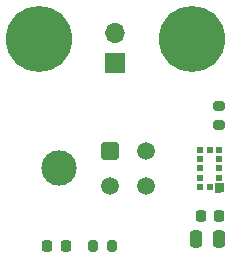
<source format=gbs>
G04 #@! TF.GenerationSoftware,KiCad,Pcbnew,(6.0.11-0)*
G04 #@! TF.CreationDate,2023-06-01T19:50:38-06:00*
G04 #@! TF.ProjectId,LightSensorPCB,4c696768-7453-4656-9e73-6f725043422e,rev?*
G04 #@! TF.SameCoordinates,Original*
G04 #@! TF.FileFunction,Soldermask,Bot*
G04 #@! TF.FilePolarity,Negative*
%FSLAX46Y46*%
G04 Gerber Fmt 4.6, Leading zero omitted, Abs format (unit mm)*
G04 Created by KiCad (PCBNEW (6.0.11-0)) date 2023-06-01 19:50:38*
%MOMM*%
%LPD*%
G01*
G04 APERTURE LIST*
G04 Aperture macros list*
%AMRoundRect*
0 Rectangle with rounded corners*
0 $1 Rounding radius*
0 $2 $3 $4 $5 $6 $7 $8 $9 X,Y pos of 4 corners*
0 Add a 4 corners polygon primitive as box body*
4,1,4,$2,$3,$4,$5,$6,$7,$8,$9,$2,$3,0*
0 Add four circle primitives for the rounded corners*
1,1,$1+$1,$2,$3*
1,1,$1+$1,$4,$5*
1,1,$1+$1,$6,$7*
1,1,$1+$1,$8,$9*
0 Add four rect primitives between the rounded corners*
20,1,$1+$1,$2,$3,$4,$5,0*
20,1,$1+$1,$4,$5,$6,$7,0*
20,1,$1+$1,$6,$7,$8,$9,0*
20,1,$1+$1,$8,$9,$2,$3,0*%
G04 Aperture macros list end*
%ADD10C,0.010000*%
%ADD11RoundRect,0.250000X-0.250000X-0.475000X0.250000X-0.475000X0.250000X0.475000X-0.250000X0.475000X0*%
%ADD12C,5.600000*%
%ADD13C,3.000000*%
%ADD14RoundRect,0.250001X-0.499999X0.499999X-0.499999X-0.499999X0.499999X-0.499999X0.499999X0.499999X0*%
%ADD15C,1.500000*%
%ADD16RoundRect,0.225000X-0.225000X-0.250000X0.225000X-0.250000X0.225000X0.250000X-0.225000X0.250000X0*%
%ADD17R,1.700000X1.700000*%
%ADD18O,1.700000X1.700000*%
%ADD19R,0.500000X0.500000*%
%ADD20RoundRect,0.218750X-0.218750X-0.256250X0.218750X-0.256250X0.218750X0.256250X-0.218750X0.256250X0*%
%ADD21RoundRect,0.200000X0.275000X-0.200000X0.275000X0.200000X-0.275000X0.200000X-0.275000X-0.200000X0*%
%ADD22RoundRect,0.200000X-0.200000X-0.275000X0.200000X-0.275000X0.200000X0.275000X-0.200000X0.275000X0*%
G04 APERTURE END LIST*
G36*
X119150000Y-116400000D02*
G01*
X118900000Y-116400000D01*
X118900000Y-116480000D01*
X118450000Y-116480000D01*
X118450000Y-115700000D01*
X119150000Y-115700000D01*
X119150000Y-116400000D01*
G37*
D10*
X119150000Y-116400000D02*
X118900000Y-116400000D01*
X118900000Y-116480000D01*
X118450000Y-116480000D01*
X118450000Y-115700000D01*
X119150000Y-115700000D01*
X119150000Y-116400000D01*
D11*
X116850000Y-120400000D03*
X118750000Y-120400000D03*
D12*
X103500000Y-103500000D03*
X116500000Y-103500000D03*
D13*
X105265000Y-114450000D03*
D14*
X109585000Y-112950000D03*
D15*
X109585000Y-115950000D03*
X112585000Y-112950000D03*
X112585000Y-115950000D03*
D16*
X117225000Y-118450000D03*
X118775000Y-118450000D03*
D17*
X110000000Y-105540000D03*
D18*
X110000000Y-103000000D03*
D19*
X118800000Y-115250000D03*
X118800000Y-114450000D03*
X118800000Y-113650000D03*
X118800000Y-112850000D03*
X118000000Y-112850000D03*
X117200000Y-112850000D03*
X117200000Y-113650000D03*
X117200000Y-114450000D03*
X117200000Y-115250000D03*
X117200000Y-116050000D03*
X118000000Y-116050000D03*
D20*
X104212500Y-121000000D03*
X105787500Y-121000000D03*
D21*
X118750000Y-110775000D03*
X118750000Y-109125000D03*
D22*
X108100000Y-121040000D03*
X109750000Y-121040000D03*
M02*

</source>
